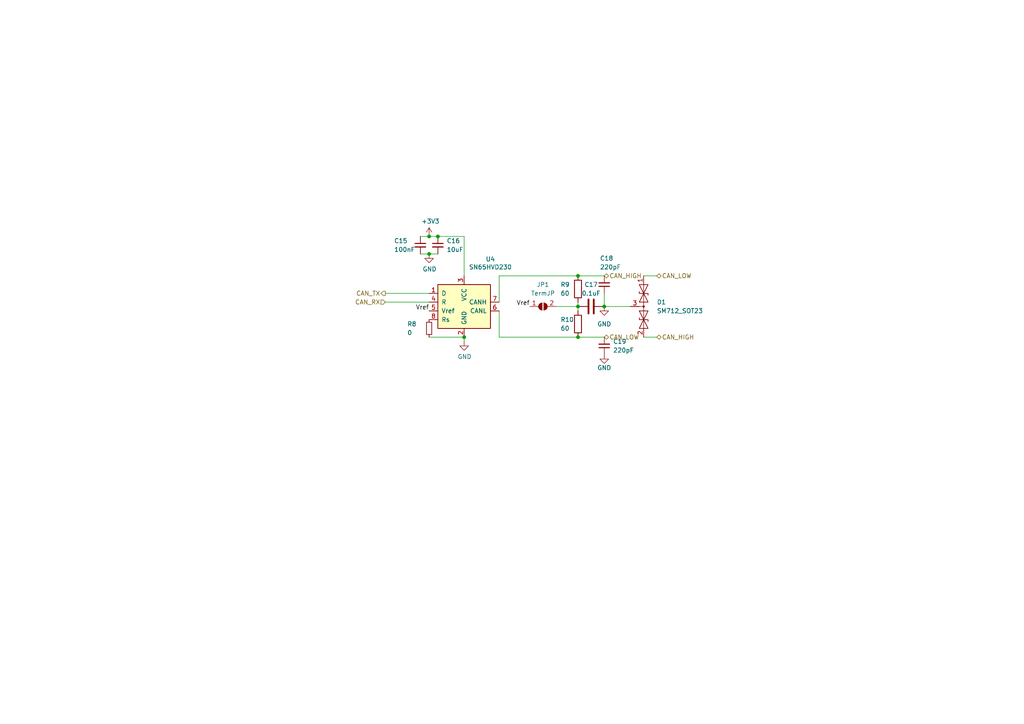
<source format=kicad_sch>
(kicad_sch (version 20211123) (generator eeschema)
  (paper "A4")
  (lib_symbols
    (symbol "Device:C" (pin_numbers hide) (pin_names (offset 0.254))
      (property "Reference" "C" (at 0.635 2.54 0))
      (property "Value" "C" (at 0.635 -2.54 0))
      (symbol "C_0_1"
        (polyline (pts (xy -2.032 -0.762) (xy 2.032 -0.762)) (stroke (width 0.508)))
        (polyline (pts (xy -2.032 0.762) (xy 2.032 0.762)) (stroke (width 0.508)))
      )
      (symbol "C_1_1"
        (pin passive line (at 0 3.81 270) (length 2.794) (name "~") (number "1"))
        (pin passive line (at 0 -3.81 90) (length 2.794) (name "~") (number "2"))
      )
    )
    (symbol "Device:C_Small" (pin_numbers hide) (pin_names (offset 0.254) hide)
      (property "Reference" "C" (at 0.254 1.778 0))
      (property "Value" "C_Small" (at 0.254 -2.032 0))
      (symbol "C_Small_0_1"
        (polyline (pts (xy -1.524 -0.508) (xy 1.524 -0.508)) (stroke (width 0.3302)))
        (polyline (pts (xy -1.524 0.508) (xy 1.524 0.508)) (stroke (width 0.3048)))
      )
      (symbol "C_Small_1_1"
        (pin passive line (at 0 2.54 270) (length 2.032) (name "~") (number "1"))
        (pin passive line (at 0 -2.54 90) (length 2.032) (name "~") (number "2"))
      )
    )
    (symbol "Device:R" (pin_numbers hide) (pin_names (offset 0))
      (property "Reference" "R" (at 2.032 0 90))
      (property "Value" "R" (at 0 0 90))
      (symbol "R_0_1"
        (rectangle (start -1.016 -2.54) (end 1.016 2.54) (stroke (width 0.254)))
      )
      (symbol "R_1_1"
        (pin passive line (at 0 3.81 270) (length 1.27) (name "~") (number "1"))
        (pin passive line (at 0 -3.81 90) (length 1.27) (name "~") (number "2"))
      )
    )
    (symbol "Device:R_Small" (pin_numbers hide) (pin_names (offset 0.254) hide)
      (property "Reference" "R" (at 0.762 0.508 0))
      (property "Value" "R_Small" (at 0.762 -1.016 0))
      (symbol "R_Small_0_1"
        (rectangle (start -0.762 1.778) (end 0.762 -1.778) (stroke (width 0.2032)))
      )
      (symbol "R_Small_1_1"
        (pin passive line (at 0 2.54 270) (length 0.762) (name "~") (number "1"))
        (pin passive line (at 0 -2.54 90) (length 0.762) (name "~") (number "2"))
      )
    )
    (symbol "Diode:SM712_SOT23" (pin_names (offset 1.016) hide)
      (property "Reference" "D" (at 0 4.445 0))
      (property "Value" "SM712_SOT23" (at 0 2.54 0))
      (symbol "SM712_SOT23_0_0"
        (polyline (pts (xy 0 -1.27) (xy 0 0)))
      )
      (symbol "SM712_SOT23_0_1"
        (polyline (pts (xy -6.35 0) (xy 6.35 0)))
        (polyline (pts (xy -3.302 1.27) (xy -3.81 1.27) (xy -3.81 -1.27) (xy -4.318 -1.27)) (stroke (width 0.2032)))
        (polyline (pts (xy 4.318 1.27) (xy 3.81 1.27) (xy 3.81 -1.27) (xy 3.302 -1.27)) (stroke (width 0.2032)))
        (polyline (pts (xy -6.35 -1.27) (xy -1.27 1.27) (xy -1.27 -1.27) (xy -6.35 1.27) (xy -6.35 -1.27)) (stroke (width 0.2032)))
        (polyline (pts (xy 1.27 -1.27) (xy 1.27 1.27) (xy 6.35 -1.27) (xy 6.35 1.27) (xy 1.27 -1.27)) (stroke (width 0.2032)))
        (circle (center 0 0) (radius 0.254) (fill (type outline)))
      )
      (symbol "SM712_SOT23_1_1"
        (pin passive line (at -8.89 0 0) (length 2.54) (name "A1") (number "1"))
        (pin passive line (at 8.89 0 180) (length 2.54) (name "A2") (number "2"))
        (pin input line (at 0 -3.81 90) (length 2.54) (name "common") (number "3"))
      )
    )
    (symbol "Interface_CAN_LIN:SN65HVD230" (pin_names (offset 1.016))
      (property "Reference" "U" (at -2.54 10.16 0))
      (property "Value" "SN65HVD230" (at -2.54 7.62 0))
      (symbol "SN65HVD230_0_1"
        (rectangle (start -7.62 5.08) (end 7.62 -7.62) (stroke (width 0.254)) (fill (type background)))
      )
      (symbol "SN65HVD230_1_1"
        (pin input line (at -10.16 2.54 0) (length 2.54) (name "D") (number "1"))
        (pin power_in line (at 0 -10.16 90) (length 2.54) (name "GND") (number "2"))
        (pin power_in line (at 0 7.62 270) (length 2.54) (name "VCC") (number "3"))
        (pin output line (at -10.16 0 0) (length 2.54) (name "R") (number "4"))
        (pin output line (at -10.16 -2.54 0) (length 2.54) (name "Vref") (number "5"))
        (pin bidirectional line (at 10.16 -2.54 180) (length 2.54) (name "CANL") (number "6"))
        (pin bidirectional line (at 10.16 0 180) (length 2.54) (name "CANH") (number "7"))
        (pin input line (at -10.16 -5.08 0) (length 2.54) (name "Rs") (number "8"))
      )
    )
    (symbol "Jumper:SolderJumper_2_Open" (pin_names (offset 0) hide)
      (property "Reference" "JP" (at 0 2.032 0))
      (property "Value" "SolderJumper_2_Open" (at 0 -2.54 0))
      (symbol "SolderJumper_2_Open_0_1"
        (arc (start -0.254 1.016) (mid -1.27 0) (end -0.254 -1.016))
        (arc (start -0.254 1.016) (mid -1.27 0) (end -0.254 -1.016) (fill (type outline)))
        (polyline (pts (xy -0.254 1.016) (xy -0.254 -1.016)))
        (polyline (pts (xy 0.254 1.016) (xy 0.254 -1.016)))
        (arc (start 0.254 -1.016) (mid 1.27 0) (end 0.254 1.016))
        (arc (start 0.254 -1.016) (mid 1.27 0) (end 0.254 1.016) (fill (type outline)))
      )
      (symbol "SolderJumper_2_Open_1_1"
        (pin passive line (at -3.81 0 0) (length 2.54) (name "A") (number "1"))
        (pin passive line (at 3.81 0 180) (length 2.54) (name "B") (number "2"))
      )
    )
    (symbol "power:+3.3V" (power) (pin_names (offset 0))
      (property "Value" "+3.3V" (at 0 3.556 0))
      (symbol "+3.3V_0_1"
        (polyline (pts (xy -0.762 1.27) (xy 0 2.54)))
        (polyline (pts (xy 0 0) (xy 0 2.54)))
        (polyline (pts (xy 0 2.54) (xy 0.762 1.27)))
      )
      (symbol "+3.3V_1_1"
        (pin power_in line (at 0 0 90) (length 0) hide (name "+3V3") (number "1"))
      )
    )
    (symbol "power:GND" (power) (pin_names (offset 0))
      (property "Value" "GND" (at 0 -3.81 0))
      (symbol "GND_0_1"
        (polyline (pts (xy 0 0) (xy 0 -1.27) (xy 1.27 -1.27) (xy 0 -2.54) (xy -1.27 -1.27) (xy 0 -1.27)))
      )
      (symbol "GND_1_1"
        (pin power_in line (at 0 0 270) (length 0) hide (name "GND") (number "1"))
      )
    )
  )
  (junction (at 124.46 73.66))
  (junction (at 167.64 88.9))
  (junction (at 124.46 68.58))
  (junction (at 167.64 80.01))
  (junction (at 175.26 88.9))
  (junction (at 167.64 97.79))
  (junction (at 127 68.58))
  (junction (at 134.62 97.79))
  (wire (pts (xy 186.69 97.79) (xy 190.5 97.79)))
  (wire (pts (xy 134.62 68.58) (xy 134.62 80.01)))
  (wire (pts (xy 121.92 73.66) (xy 124.46 73.66)))
  (wire (pts (xy 144.78 90.17) (xy 144.78 97.79)))
  (wire (pts (xy 175.26 85.09) (xy 175.26 88.9)))
  (wire (pts (xy 124.46 68.58) (xy 127 68.58)))
  (wire (pts (xy 175.26 88.9) (xy 182.88 88.9)))
  (wire (pts (xy 111.76 87.63) (xy 124.46 87.63)))
  (wire (pts (xy 167.64 97.79) (xy 175.26 97.79)))
  (wire (pts (xy 124.46 73.66) (xy 127 73.66)))
  (wire (pts (xy 167.64 88.9) (xy 167.64 90.17)))
  (wire (pts (xy 186.69 80.01) (xy 190.5 80.01)))
  (wire (pts (xy 111.76 85.09) (xy 124.46 85.09)))
  (wire (pts (xy 144.78 97.79) (xy 167.64 97.79)))
  (wire (pts (xy 167.64 87.63) (xy 167.64 88.9)))
  (wire (pts (xy 161.29 88.9) (xy 167.64 88.9)))
  (wire (pts (xy 124.46 97.79) (xy 134.62 97.79)))
  (wire (pts (xy 127 68.58) (xy 134.62 68.58)))
  (wire (pts (xy 121.92 68.58) (xy 124.46 68.58)))
  (wire (pts (xy 167.64 80.01) (xy 175.26 80.01)))
  (wire (pts (xy 134.62 99.06) (xy 134.62 97.79)))
  (wire (pts (xy 144.78 87.63) (xy 144.78 80.01)))
  (wire (pts (xy 144.78 80.01) (xy 167.64 80.01)))
  (label "Vref" (at 124.46 90.17 180))
  (label "Vref" (at 153.67 88.9 180))
  (hierarchical_label "CAN_RX" (shape input) (at 111.76 87.63 180))
  (hierarchical_label "CAN_HIGH" (shape bidirectional) (at 175.26 80.01 0))
  (hierarchical_label "CAN_TX" (shape output) (at 111.76 85.09 180))
  (hierarchical_label "CAN_HIGH" (shape bidirectional) (at 190.5 97.79 0))
  (hierarchical_label "CAN_LOW" (shape bidirectional) (at 190.5 80.01 0))
  (hierarchical_label "CAN_LOW" (shape bidirectional) (at 175.26 97.79 0))
  (symbol (lib_id "power:GND") (at 134.62 99.06 0) (unit 1)
    (property "Reference" "#PWR0130" (effects hide))
    (property "Value" "GND" (at 134.747 103.4542 0))
  )
  (symbol (lib_id "power:+3.3V") (at 124.46 68.58 0) (unit 1)
    (property "Reference" "#PWR0131" (effects hide))
    (property "Value" "+3.3V" (at 124.841 64.1858 0))
  )
  (symbol (lib_id "Interface_CAN_LIN:SN65HVD230") (at 134.62 87.63 0) (unit 1)
    (property "Reference" "U4" (at 142.24 75.1586 0))
    (property "Value" "SN65HVD230" (at 142.24 77.47 0))
    (property "Footprint" "Package_SO:SOIC-8_3.9x4.9mm_P1.27mm" (effects hide))
    (property "Datasheet" "http://www.ti.com/lit/ds/symlink/sn65hvd230.pdf" (effects hide))
  )
  (symbol (lib_id "Device:C_Small") (at 127 71.12 0) (unit 1)
    (property "Reference" "C16" (at 129.54 69.8562 0) (effects (justify left)))
    (property "Value" "10uF" (at 129.54 72.3962 0) (effects (justify left)))
    (property "Footprint" "Capacitor_SMD:C_0402_1005Metric" (effects hide))
  )
  (symbol (lib_id "Device:C_Small") (at 175.26 82.55 180) (unit 1)
    (property "Reference" "C18" (at 173.99 74.93 0) (effects (justify right)))
    (property "Value" "220pF" (at 173.99 77.47 0) (effects (justify right)))
    (property "Footprint" "Capacitor_SMD:C_0402_1005Metric" (effects hide))
  )
  (symbol (lib_id "Diode:SM712_SOT23") (at 186.69 88.9 270) (unit 1)
    (property "Reference" "D1" (at 190.5 87.63 90) (effects (justify left)))
    (property "Value" "SM712_SOT23" (at 190.5 90.17 90) (effects (justify left)))
    (property "Footprint" "Package_TO_SOT_SMD:SOT-23" (effects hide))
    (property "Datasheet" "https://www.littelfuse.com/~/media/electronics/datasheets/tvs_diode_arrays/littelfuse_tvs_diode_array_sm712_datasheet.pdf.pdf" (effects hide))
  )
  (symbol (lib_id "power:GND") (at 175.26 88.9 0) (unit 1)
    (property "Reference" "#PWR027" (effects hide))
    (property "Value" "GND" (at 175.26 93.98 0))
  )
  (symbol (lib_id "power:GND") (at 175.26 102.87 0) (unit 1)
    (property "Reference" "#PWR028" (effects hide))
    (property "Value" "GND" (at 175.26 106.68 0))
  )
  (symbol (lib_id "Device:C_Small") (at 121.92 71.12 0) (unit 1)
    (property "Reference" "C15" (at 114.3 69.85 0) (effects (justify left)))
    (property "Value" "100nF" (at 114.3 72.39 0) (effects (justify left)))
    (property "Footprint" "Capacitor_SMD:C_0402_1005Metric" (effects hide))
  )
  (symbol (lib_id "Device:R_Small") (at 124.46 95.25 0) (unit 1)
    (property "Reference" "R8" (at 118.11 93.98 0) (effects (justify left)))
    (property "Value" "0" (at 118.11 96.52 0) (effects (justify left)))
    (property "Footprint" "Resistor_SMD:R_0603_1608Metric" (effects hide))
  )
  (symbol (lib_id "Device:R") (at 167.64 93.98 0) (unit 1)
    (property "Reference" "R10" (at 162.56 92.71 0) (effects (justify left)))
    (property "Value" "60" (at 162.56 95.25 0) (effects (justify left)))
    (property "Footprint" "Resistor_SMD:R_0402_1005Metric" (effects hide))
  )
  (symbol (lib_id "Device:R") (at 167.64 83.82 0) (unit 1)
    (property "Reference" "R9" (at 162.56 82.55 0) (effects (justify left)))
    (property "Value" "60" (at 162.56 85.09 0) (effects (justify left)))
    (property "Footprint" "Resistor_SMD:R_0402_1005Metric" (effects hide))
  )
  (symbol (lib_id "Device:C") (at 171.45 88.9 90) (unit 1)
    (property "Reference" "C17" (at 171.45 82.55 90))
    (property "Value" "0.1uF" (at 171.45 85.09 90))
    (property "Footprint" "Capacitor_SMD:C_0402_1005Metric" (effects hide))
  )
  (symbol (lib_id "power:GND") (at 124.46 73.66 0) (unit 1)
    (property "Reference" "#PWR025" (effects hide))
    (property "Value" "GND" (at 124.587 78.0542 0))
  )
  (symbol (lib_id "Jumper:SolderJumper_2_Open") (at 157.48 88.9 0) (unit 1)
    (property "Reference" "JP1" (at 157.48 82.55 0))
    (property "Value" "TermJP" (at 157.48 85.09 0))
  )
  (symbol (lib_id "Device:C_Small") (at 175.26 100.33 180) (unit 1)
    (property "Reference" "C19" (at 177.8 99.0535 0) (effects (justify right)))
    (property "Value" "220pF" (at 177.8 101.5935 0) (effects (justify right)))
    (property "Footprint" "Capacitor_SMD:C_0402_1005Metric" (effects hide))
  )
)
</source>
